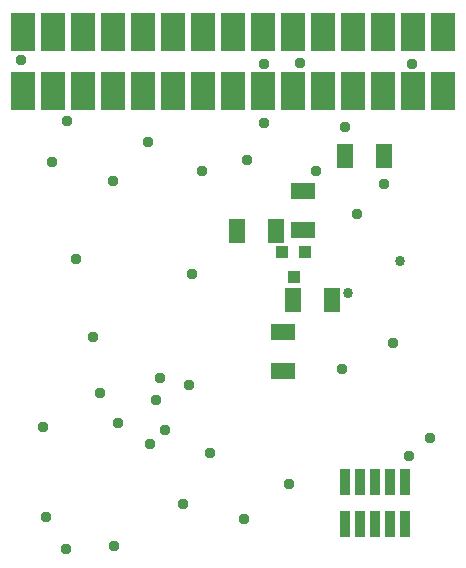
<source format=gbr>
G04 EAGLE Gerber RS-274X export*
G75*
%MOMM*%
%FSLAX34Y34*%
%LPD*%
%INSoldermask Top*%
%IPPOS*%
%AMOC8*
5,1,8,0,0,1.08239X$1,22.5*%
G01*
%ADD10R,2.003200X3.203200*%
%ADD11R,0.963200X2.253200*%
%ADD12R,1.473200X2.108200*%
%ADD13R,1.003200X1.103200*%
%ADD14R,2.108200X1.473200*%
%ADD15C,0.959600*%
%ADD16C,0.863600*%


D10*
X8130Y405280D03*
X8130Y455280D03*
X33530Y405280D03*
X33530Y455280D03*
X58930Y405280D03*
X58930Y455280D03*
X84330Y405280D03*
X84330Y455280D03*
X109730Y405280D03*
X109730Y455280D03*
X135130Y405280D03*
X135130Y455280D03*
X160530Y405280D03*
X160530Y455280D03*
X185930Y405280D03*
X185930Y455280D03*
X211330Y405280D03*
X211330Y455280D03*
X236730Y405280D03*
X236730Y455280D03*
X262130Y405280D03*
X262130Y455280D03*
X287530Y405280D03*
X287530Y455280D03*
X312930Y405280D03*
X312930Y455280D03*
X338330Y405280D03*
X338330Y455280D03*
X363730Y405280D03*
X363730Y455280D03*
D11*
X280670Y39150D03*
X280670Y74650D03*
X293370Y39150D03*
X293370Y74650D03*
X306070Y39150D03*
X306070Y74650D03*
X318770Y39150D03*
X318770Y74650D03*
X331470Y39150D03*
X331470Y74650D03*
D12*
X281178Y350266D03*
X314198Y350266D03*
D13*
X246736Y268826D03*
X227736Y268826D03*
X237236Y247826D03*
D14*
X228346Y168148D03*
X228346Y201168D03*
X244856Y320294D03*
X244856Y287274D03*
D12*
X189738Y286766D03*
X222758Y286766D03*
X236728Y228346D03*
X269748Y228346D03*
D15*
X233680Y72390D03*
X33020Y345440D03*
X6350Y431800D03*
X314198Y326390D03*
X143510Y55880D03*
X151130Y250190D03*
X160020Y337820D03*
X114300Y361950D03*
X198120Y346710D03*
X53340Y262890D03*
X67310Y196850D03*
X25400Y120650D03*
X85090Y20320D03*
X44450Y17780D03*
X27940Y44450D03*
X321310Y191770D03*
X278130Y170180D03*
X290830Y300990D03*
X353060Y111760D03*
X84455Y329565D03*
X45720Y379730D03*
X335280Y96520D03*
X337820Y427990D03*
X280670Y374650D03*
X128270Y118110D03*
X73660Y149860D03*
X124460Y162560D03*
X212090Y427990D03*
X120650Y143510D03*
X115570Y106680D03*
X148590Y156210D03*
X212090Y378460D03*
X88900Y124460D03*
X166370Y99060D03*
X256286Y337566D03*
D16*
X327406Y261366D03*
D15*
X242570Y429260D03*
D16*
X282956Y234696D03*
D15*
X195580Y43180D03*
M02*

</source>
